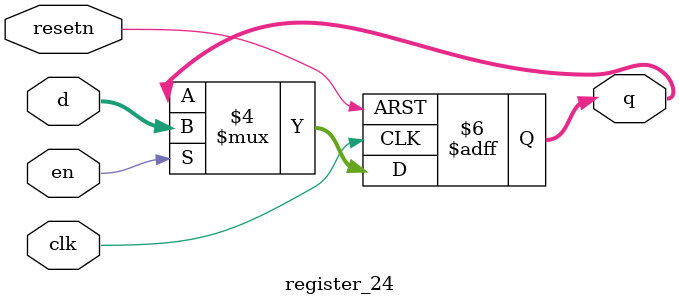
<source format=v>
module register_24(d,clk,resetn,en,q);
parameter WIDTH=32;
input clk;
input resetn;
input en;
input [WIDTH-1:0] d;
output [WIDTH-1:0] q;
reg [WIDTH-1:0] q;
always @(posedge clk or negedge resetn)		
begin
	if (resetn==0)
		q<=0;
	else if (en==1)
		q<=d;
end
endmodule
</source>
